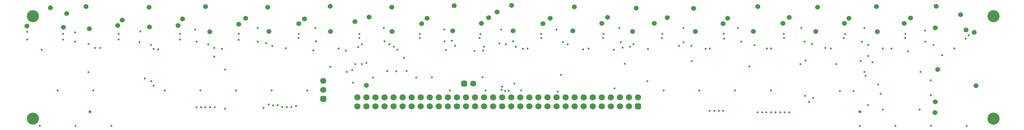
<source format=gbr>
%TF.GenerationSoftware,Altium Limited,Altium Designer,24.9.1 (31)*%
G04 Layer_Color=16711935*
%FSLAX45Y45*%
%MOMM*%
%TF.SameCoordinates,261FE19A-EF30-4485-92B3-4F91B7BE389E*%
%TF.FilePolarity,Negative*%
%TF.FileFunction,Soldermask,Bot*%
%TF.Part,Single*%
G01*
G75*
%TA.AperFunction,ComponentPad*%
G04:AMPARAMS|DCode=48|XSize=1.7mm|YSize=1.7mm|CornerRadius=0.45mm|HoleSize=0mm|Usage=FLASHONLY|Rotation=0.000|XOffset=0mm|YOffset=0mm|HoleType=Round|Shape=RoundedRectangle|*
%AMROUNDEDRECTD48*
21,1,1.70000,0.80000,0,0,0.0*
21,1,0.80000,1.70000,0,0,0.0*
1,1,0.90000,0.40000,-0.40000*
1,1,0.90000,-0.40000,-0.40000*
1,1,0.90000,-0.40000,0.40000*
1,1,0.90000,0.40000,0.40000*
%
%ADD48ROUNDEDRECTD48*%
%ADD49C,1.70000*%
G04:AMPARAMS|DCode=50|XSize=1.7mm|YSize=1.7mm|CornerRadius=0.45mm|HoleSize=0mm|Usage=FLASHONLY|Rotation=90.000|XOffset=0mm|YOffset=0mm|HoleType=Round|Shape=RoundedRectangle|*
%AMROUNDEDRECTD50*
21,1,1.70000,0.80000,0,0,90.0*
21,1,0.80000,1.70000,0,0,90.0*
1,1,0.90000,0.40000,0.40000*
1,1,0.90000,0.40000,-0.40000*
1,1,0.90000,-0.40000,-0.40000*
1,1,0.90000,-0.40000,0.40000*
%
%ADD50ROUNDEDRECTD50*%
%ADD51C,1.75000*%
G04:AMPARAMS|DCode=52|XSize=1.75mm|YSize=1.75mm|CornerRadius=0.4625mm|HoleSize=0mm|Usage=FLASHONLY|Rotation=0.000|XOffset=0mm|YOffset=0mm|HoleType=Round|Shape=RoundedRectangle|*
%AMROUNDEDRECTD52*
21,1,1.75000,0.82500,0,0,0.0*
21,1,0.82500,1.75000,0,0,0.0*
1,1,0.92500,0.41250,-0.41250*
1,1,0.92500,-0.41250,-0.41250*
1,1,0.92500,-0.41250,0.41250*
1,1,0.92500,0.41250,0.41250*
%
%ADD52ROUNDEDRECTD52*%
%TA.AperFunction,ViaPad*%
%ADD53C,0.55000*%
%ADD54C,1.37000*%
%ADD55C,0.80000*%
%ADD56C,3.40320*%
D48*
X12738100Y1333500D02*
D03*
D49*
X12992101D02*
D03*
X8788400Y1155700D02*
D03*
Y1409700D02*
D03*
D50*
Y901700D02*
D03*
D51*
X13549899Y939800D02*
D03*
Y685800D02*
D03*
X13803899Y939800D02*
D03*
Y685800D02*
D03*
X14057899Y939800D02*
D03*
X14311899D02*
D03*
X14565900D02*
D03*
X14057899Y685800D02*
D03*
X14311899D02*
D03*
X14565900D02*
D03*
X15835899Y939800D02*
D03*
Y685800D02*
D03*
X16343900Y939800D02*
D03*
Y685800D02*
D03*
X16851900Y939800D02*
D03*
Y685800D02*
D03*
X17359898Y939800D02*
D03*
Y685800D02*
D03*
X17613899Y939800D02*
D03*
X17105899Y685800D02*
D03*
Y939800D02*
D03*
X16597899Y685800D02*
D03*
Y939800D02*
D03*
X16089899Y685800D02*
D03*
Y939800D02*
D03*
X15581898Y685800D02*
D03*
Y939800D02*
D03*
X15327899Y685800D02*
D03*
Y939800D02*
D03*
X15073898Y685800D02*
D03*
Y939800D02*
D03*
X14819899Y685800D02*
D03*
Y939800D02*
D03*
X13295898Y685800D02*
D03*
X13041899D02*
D03*
X13295898Y939800D02*
D03*
X13041899D02*
D03*
X12787899Y685800D02*
D03*
X12533899D02*
D03*
X12279899D02*
D03*
X12025899D02*
D03*
X11771899D02*
D03*
X11517899D02*
D03*
X11263899D02*
D03*
X11009899D02*
D03*
X10755899D02*
D03*
X10501899D02*
D03*
X10247899D02*
D03*
X9993899D02*
D03*
X9739899D02*
D03*
X12787899Y939800D02*
D03*
X12533899D02*
D03*
X12279899D02*
D03*
X12025899D02*
D03*
X11771899D02*
D03*
X11517899D02*
D03*
X11263899D02*
D03*
X11009899D02*
D03*
X10755899D02*
D03*
X10501899D02*
D03*
X10247899D02*
D03*
X9993899D02*
D03*
X9739899D02*
D03*
D52*
X17613899Y685800D02*
D03*
D53*
X26806799Y2606672D02*
D03*
X13728700Y2463800D02*
D03*
X11052100Y2057400D02*
D03*
X11391900Y1498600D02*
D03*
X11125200Y1689100D02*
D03*
X8978900Y1803400D02*
D03*
X10833100Y1676400D02*
D03*
X9601200Y1714500D02*
D03*
X10579100Y1689100D02*
D03*
X10185400Y1498600D02*
D03*
X9626600Y1358900D02*
D03*
X10487028Y2905400D02*
D03*
X13258800Y1511300D02*
D03*
X11836400D02*
D03*
X9994900Y1917700D02*
D03*
X25831799Y1003300D02*
D03*
X26837701Y135900D02*
D03*
X25837701D02*
D03*
X24837701D02*
D03*
X23837701D02*
D03*
X21337701Y1135900D02*
D03*
X20337701D02*
D03*
X19337701D02*
D03*
X18337701D02*
D03*
X14337701D02*
D03*
X13337701D02*
D03*
X12337700D02*
D03*
X8337700D02*
D03*
X7337700D02*
D03*
X6337700D02*
D03*
X5337700D02*
D03*
X4337700D02*
D03*
X2837700Y135900D02*
D03*
X2337700Y1135900D02*
D03*
X1837700Y135900D02*
D03*
X1337700Y1135900D02*
D03*
X837700Y135900D02*
D03*
X13792200Y1155700D02*
D03*
X13804984Y1244516D02*
D03*
X24001266Y1551907D02*
D03*
X25117429Y2740300D02*
D03*
X23420534Y2733007D02*
D03*
X21717000Y2616200D02*
D03*
X21701128Y2740300D02*
D03*
X20018372D02*
D03*
X18297528D02*
D03*
X17891129Y2308500D02*
D03*
X16646529Y2740300D02*
D03*
X16078200Y2298700D02*
D03*
X14909801Y2616200D02*
D03*
X14893929Y2740300D02*
D03*
X13197034Y2733007D02*
D03*
X11493500Y2616200D02*
D03*
X10502900Y2527300D02*
D03*
X11490328Y2740300D02*
D03*
X9801228D02*
D03*
X8099428D02*
D03*
X7731128Y2330200D02*
D03*
X5562600Y2438400D02*
D03*
X6410328Y2740300D02*
D03*
Y2568300D02*
D03*
X5727700Y2336800D02*
D03*
X4759328Y2740300D02*
D03*
Y2574102D02*
D03*
X3044828Y2740300D02*
D03*
Y2574102D02*
D03*
X1482728Y2740300D02*
D03*
Y2574102D02*
D03*
X13296899Y2374900D02*
D03*
X13030200Y2257400D02*
D03*
X13268327Y2263500D02*
D03*
X14185899Y2374900D02*
D03*
X16941800Y2286000D02*
D03*
X13892067Y1120107D02*
D03*
X14147800Y1333500D02*
D03*
X13982700Y1130300D02*
D03*
X9423400Y2260767D02*
D03*
X12484100Y2400300D02*
D03*
X17132300Y2501900D02*
D03*
X17386301Y2374900D02*
D03*
X23657593Y1119333D02*
D03*
X19621500Y566251D02*
D03*
X24358968Y1308467D02*
D03*
X15363828Y1104600D02*
D03*
X10642600Y2438400D02*
D03*
X12230874Y2278233D02*
D03*
X24076300Y2111372D02*
D03*
X22489194Y2449367D02*
D03*
X20881972Y2415900D02*
D03*
X19116672Y2403200D02*
D03*
X20736932Y1813079D02*
D03*
X17881599Y1397000D02*
D03*
X3962400D02*
D03*
X4025900Y1270000D02*
D03*
X23967799Y2905820D02*
D03*
X24193500Y1930400D02*
D03*
X24485600Y596900D02*
D03*
X25514301D02*
D03*
X25831799Y1422400D02*
D03*
X26898599Y2692400D02*
D03*
X9867900Y2438400D02*
D03*
Y1879600D02*
D03*
X8089900Y2616200D02*
D03*
X9766300Y2362200D02*
D03*
X9791700Y2616200D02*
D03*
X13169901D02*
D03*
X20027901Y2603500D02*
D03*
X16637000Y2622001D02*
D03*
X18288000Y2616200D02*
D03*
X18897600Y2501900D02*
D03*
X18770599Y2400300D02*
D03*
X15328900Y2857500D02*
D03*
X13779500D02*
D03*
X20421600Y2908300D02*
D03*
X17094200D02*
D03*
X18884900D02*
D03*
X25666699Y2832100D02*
D03*
X17183099Y2349500D02*
D03*
X26492200Y2324100D02*
D03*
X23393401Y2616200D02*
D03*
X19634283Y2324184D02*
D03*
X14109700Y2527300D02*
D03*
X22313901Y1981200D02*
D03*
X22303706Y988867D02*
D03*
X21729700Y520700D02*
D03*
X21348700D02*
D03*
X19510100Y2314572D02*
D03*
X21218301Y520700D02*
D03*
X19126199Y1968500D02*
D03*
X17246600Y1892300D02*
D03*
X9448800Y1663700D02*
D03*
X25196800Y2235200D02*
D03*
X23863300Y1965302D02*
D03*
X14389101Y2311400D02*
D03*
X14516100Y2324100D02*
D03*
X15455901Y1574800D02*
D03*
X5740400Y660400D02*
D03*
X5613400D02*
D03*
X5359400D02*
D03*
X6032500Y622300D02*
D03*
X2387600Y2336800D02*
D03*
X2197100Y1651000D02*
D03*
X24079201Y2425700D02*
D03*
X22199600Y2908300D02*
D03*
X8562972Y2905400D02*
D03*
X6943728D02*
D03*
X13906500Y2438400D02*
D03*
X23964900Y1663700D02*
D03*
X23177499Y1879600D02*
D03*
X22174200D02*
D03*
X25539700Y1663700D02*
D03*
X26149301Y2133600D02*
D03*
X24066499Y723900D02*
D03*
X24422099Y1041400D02*
D03*
X24725198Y2324100D02*
D03*
X23025101D02*
D03*
X23279100Y1117600D02*
D03*
X21348700Y2324100D02*
D03*
X22529800Y927100D02*
D03*
X22415500Y812800D02*
D03*
X25907999Y2425700D02*
D03*
X24485600Y2324100D02*
D03*
X22872701Y2336800D02*
D03*
X21234399Y2324100D02*
D03*
X8020029Y699716D02*
D03*
X8509087Y2269475D02*
D03*
X16954500Y1193800D02*
D03*
X12395200Y2540000D02*
D03*
X889000Y2286000D02*
D03*
X2527300Y2336800D02*
D03*
X4025900Y2311400D02*
D03*
X4152900Y2298700D02*
D03*
X5727700Y2095500D02*
D03*
X9220200Y2324100D02*
D03*
X9678671Y1880871D02*
D03*
X7353300Y2400300D02*
D03*
X10769600Y2374900D02*
D03*
X16230600Y2324100D02*
D03*
X19761200Y562000D02*
D03*
X19888200D02*
D03*
X20002499D02*
D03*
X21107401Y520700D02*
D03*
X20967700D02*
D03*
X21475700D02*
D03*
X21602699D02*
D03*
X21856700D02*
D03*
X10871200Y2286000D02*
D03*
X7886700Y673100D02*
D03*
X7505700Y723900D02*
D03*
X7632700Y673100D02*
D03*
X7112000Y647700D02*
D03*
X17487900Y2438400D02*
D03*
X15646400D02*
D03*
X20510500Y2514600D02*
D03*
X7759700Y660400D02*
D03*
X7378700Y714400D02*
D03*
X7251700Y736600D02*
D03*
X6032500Y1727200D02*
D03*
X5943600Y2311400D02*
D03*
X5232400Y660400D02*
D03*
X5473700D02*
D03*
X7188200Y2476500D02*
D03*
X5232400Y2514600D02*
D03*
X3784600Y1473200D02*
D03*
X3949700Y2425700D02*
D03*
X2197100Y2451100D02*
D03*
X25107899Y2616200D02*
D03*
X6946900Y2517800D02*
D03*
X1828800Y2514600D02*
D03*
X25679401D02*
D03*
X23901401D02*
D03*
X22288499D02*
D03*
X15506700Y2501900D02*
D03*
X12192000Y2527300D02*
D03*
X12179300Y2857500D02*
D03*
X8585200Y2527300D02*
D03*
X5194300Y2857500D02*
D03*
X3657600Y2806700D02*
D03*
X3632200Y2501900D02*
D03*
X482600Y2578100D02*
D03*
X1828800Y2781300D02*
D03*
X482600Y2794000D02*
D03*
D54*
X13665199Y3352800D02*
D03*
X10706100Y3492500D02*
D03*
X9677400Y3086100D02*
D03*
X9994900Y1282700D02*
D03*
X10071100Y3213100D02*
D03*
X26670001Y3276600D02*
D03*
X25958801Y2908300D02*
D03*
X27096219Y1271770D02*
D03*
X18072099Y3035300D02*
D03*
X17462500Y2806700D02*
D03*
X17564101Y3467100D02*
D03*
X18436606Y3196606D02*
D03*
X16598900Y3035300D02*
D03*
X25958801Y812800D02*
D03*
X1498600Y2921000D02*
D03*
X27051001Y2781300D02*
D03*
X25082500Y3035300D02*
D03*
X23406100D02*
D03*
X21678900D02*
D03*
X20002499Y3022600D02*
D03*
X14947900D02*
D03*
X13220700Y3035300D02*
D03*
X11544300Y3022600D02*
D03*
X8102600D02*
D03*
X6413500Y3009900D02*
D03*
X4711700Y2971800D02*
D03*
X3022600D02*
D03*
X1134086Y3473742D02*
D03*
X25984201Y3517900D02*
D03*
X24307800Y3505200D02*
D03*
X22656799Y3492500D02*
D03*
X20980400Y3505200D02*
D03*
X19177000Y3454400D02*
D03*
X12458700Y3530600D02*
D03*
X2133600Y3505200D02*
D03*
X3898900Y3492500D02*
D03*
X5486400Y3505200D02*
D03*
X7226300Y3492500D02*
D03*
X8978900Y3517900D02*
D03*
X14071600Y3543300D02*
D03*
X15833115Y3497562D02*
D03*
X26022299Y1727200D02*
D03*
X25946100Y508000D02*
D03*
X24333200Y2794000D02*
D03*
X22606000Y2806700D02*
D03*
X20853400D02*
D03*
X19227800D02*
D03*
X15786099Y2819400D02*
D03*
X14109700D02*
D03*
X12420600D02*
D03*
X26822400Y2844800D02*
D03*
X25260300Y3187700D02*
D03*
X23533099Y3175000D02*
D03*
X21856700Y3200400D02*
D03*
X20129500Y3175000D02*
D03*
X16764000Y3200400D02*
D03*
X15151100Y3175000D02*
D03*
X13427753Y3197544D02*
D03*
X11696700Y3175000D02*
D03*
X8261642Y3166086D02*
D03*
X10718800Y2806700D02*
D03*
X8991600D02*
D03*
X7264400D02*
D03*
X6610642Y3178786D02*
D03*
X4838700Y3162300D02*
D03*
X3911600Y2933700D02*
D03*
X2222500Y2882900D02*
D03*
X3149600Y3124200D02*
D03*
X469900Y2959100D02*
D03*
X1587500Y3314700D02*
D03*
X5600700Y2794000D02*
D03*
D55*
X23837698Y535900D02*
D03*
X2237700D02*
D03*
D56*
X27590799Y342900D02*
D03*
X640800D02*
D03*
Y3235100D02*
D03*
X27590799D02*
D03*
%TF.MD5,98de102f20334a2fb0470d5be97c0438*%
M02*

</source>
